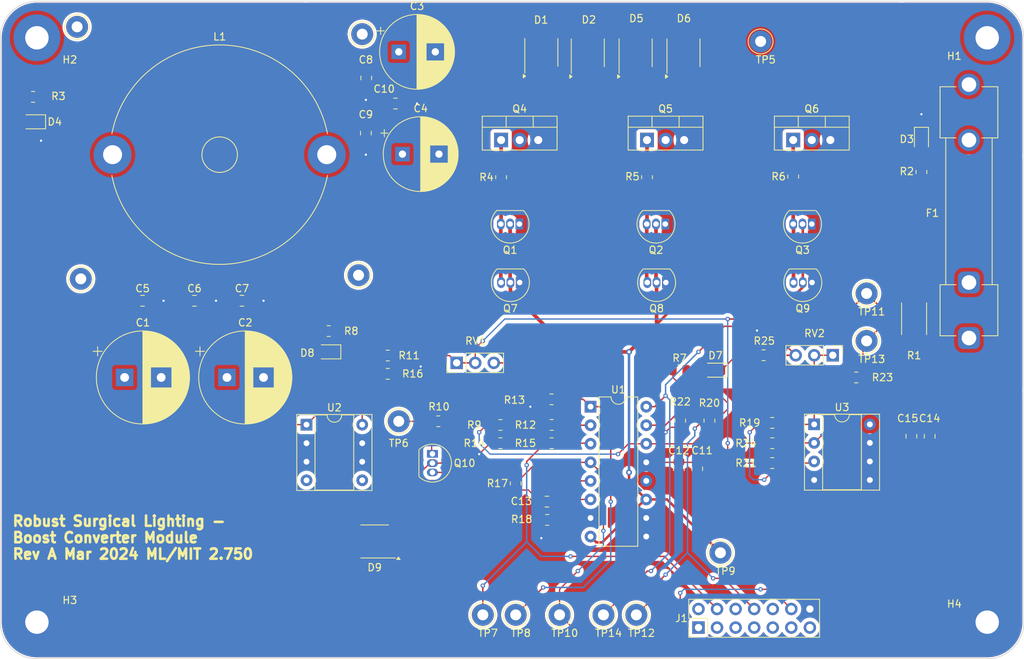
<source format=kicad_pcb>
(kicad_pcb (version 20240108) (generator "pcbnew") (generator_version "8.0")
  (title_block (company "Open Surgical Light Project - MIT Medical Device Design Spring 2024") (comment 1 "Drawn by: Edit author in Page Settings"))
  (layers (0 "F.Cu" signal) (31 "B.Cu" signal) (34 "B.Paste" user) (35 "F.Paste" user) (36 "B.SilkS" user "B.Silkscreen") (37 "F.SilkS" user "F.Silkscreen") (38 "B.Mask" user) (39 "F.Mask" user) (44 "Edge.Cuts" user))
  (property "AUTHOR" "Edit Name in Schematic setup -> Text Variables")
  (property "PROJECT_REVISION" "A01")
  (property "PROJECT_TITLE" "Template Project")
  (net 0 "")
  (net 1 "GND")
  (net 2 "+12V")
  (net 3 "/VSwitch")
  (net 4 "Net-(U1-CT)")
  (net 5 "Net-(D3-A)")
  (net 6 "Net-(D4-A)")
  (net 7 "Net-(D7-A)")
  (net 8 "/CS+")
  (net 9 "+24V")
  (net 10 "BoostConverterSwitch")
  (net 11 "Net-(Q3-E)")
  (net 12 "/DTC")
  (net 13 "+5V")
  (net 14 "Net-(U2-REF)")
  (net 15 "/1IN-")
  (net 16 "/1IN+")
  (net 17 "/FB")
  (net 18 "Net-(U1-RT)")
  (net 19 "Net-(U3A-+)")
  (net 20 "/2IN-")
  (net 21 "Net-(U3A--)")
  (net 22 "/2IN+")
  (net 23 "Net-(D8-A)")
  (net 24 "Net-(D8-K)")
  (net 25 "Net-(Q10-B)")
  (net 26 "/CS-")
  (net 37 "Net-(Q1-E)")
  (net 38 "Net-(Q2-E)")
  (net 39 "Net-(Q4-G)")
  (net 40 "Net-(Q5-G)")
  (net 41 "Net-(Q6-G)")
  (net 42 "Net-(R12-Pad1)")
  (net 43 "Net-(R19-Pad1)")
  (footprint "Resistor_SMD:R_0805_2012Metric" (layer "F.Cu") (at 95.4125 80.5)
    (property "Reference" "R15")
    (property "Value" "100K")
  )
  (footprint "Resistor_SMD:R_0805_2012Metric" (layer "F.Cu") (at 73 71)
    (property "Reference" "R16")
    (property "Value" "1K")
  )
  (footprint "Resistor_SMD:R_0805_2012Metric" (layer "F.Cu") (at 88.4125 78)
    (property "Reference" "R9")
    (property "Value" "10K")
  )
  (footprint "Package_DIP:DIP-16_W7.62mm" (layer "F.Cu") (at 100.735 75.5)
    (property "Reference" "U1")
    (property "Value" "TL494")
  )
  (footprint "Package_TO_SOT_THT:TO-92_Inline" (layer "F.Cu") (at 91 50.5 180)
    (property "Reference" "Q1")
    (property "Value" "BC337")
  )
  (footprint "TestPoint:TestPoint_Loop_D2.54mm_Drill1.5mm_Beaded" (layer "F.Cu") (at 74.5 77.5)
    (property "Reference" "TP6")
    (property "Value" "5V")
  )
  (footprint "Resistor_SMD:R_0805_2012Metric" (layer "F.Cu") (at 113 77.4125 -90)
    (property "Reference" "R22")
    (property "Value" "10K")
  )
  (footprint "Resistor_SMD:R_0805_2012Metric" (layer "F.Cu") (at 88.5 44.0875 90)
    (property "Reference" "R4")
    (property "Value" "10")
  )
  (footprint "Resistor_SMD:R_0805_2012Metric" (layer "F.Cu") (at 64.9125 65.15 180)
    (property "Reference" "R8")
    (property "Value" "2K")
  )
  (footprint "Capacitor_THT:CP_Radial_D12.5mm_P5.00mm" (layer "F.Cu") (at 37 71.5)
    (property "Reference" "C1")
    (property "Value" "470uF")
  )
  (footprint "TestPoint:TestPoint_Loop_D2.54mm_Drill1.5mm_Beaded" (layer "F.Cu") (at 138.5 66.5)
    (property "Reference" "TP13")
    (property "Value" "CS-")
  )
  (footprint "Resistor_SMD:R_0805_2012Metric" (layer "F.Cu") (at 125.5875 83.22 180)
    (property "Reference" "R21")
    (property "Value" "1K")
  )
  (footprint "Capacitor_SMD:C_0805_2012Metric" (layer "F.Cu") (at 112.825 84 90)
    (property "Reference" "C12")
    (property "Value" "0.1uF")
  )
  (footprint "Resistor_SMD:R_0805_2012Metric" (layer "F.Cu") (at 112.9125 70.5)
    (property "Reference" "R7")
    (property "Value" "330")
  )
  (footprint "Capacitor_SMD:C_0805_2012Metric" (layer "F.Cu") (at 94.775 88.5 180)
    (property "Reference" "C13")
    (property "Value" "1nF")
  )
  (footprint "Package_TO_SOT_THT:TO-92_Inline" (layer "F.Cu") (at 131.04 58.5 180)
    (property "Reference" "Q9")
    (property "Value" "BC327")
  )
  (footprint "LED_SMD:LED_0805_2012Metric" (layer "F.Cu") (at 146 38.9375 -90)
    (property "Reference" "D3")
    (property "Value" "LED Green")
  )
  (footprint "Package_TO_SOT_THT:TO-92_Inline" (layer "F.Cu") (at 79.105 81.96 -90)
    (property "Reference" "Q10")
    (property "Value" "BC327")
  )
  (footprint "Connector_PinHeader_2.54mm:PinHeader_2x07_P2.54mm_Vertical" (layer "F.Cu") (at 115.5 105.74 90)
    (property "Reference" "J1")
    (property "Value" "2x7 P2.54mm")
  )
  (footprint "Resistor_SMD:R_0805_2012Metric" (layer "F.Cu") (at 108.46 44.0875 90)
    (property "Reference" "R5")
    (property "Value" "10")
  )
  (footprint "Capacitor_SMD:C_0805_2012Metric" (layer "F.Cu") (at 115.325 84 90)
    (property "Reference" "C11")
    (property "Value" "1uF")
  )
  (footprint "Resistor_SMD:R_0805_2012Metric" (layer "F.Cu") (at 124.4125 68.46 180)
    (property "Reference" "R25")
    (property "Value" "10K")
  )
  (footprint "Resistor_SMD:R_0805_2012Metric" (layer "F.Cu") (at 24.4775 33.0875 180)
    (property "Reference" "R3")
    (property "Value" "1K")
  )
  (footprint "Capacitor_SMD:C_0805_2012Metric" (layer "F.Cu") (at 53.05 61)
    (property "Reference" "C7")
    (property "Value" "0.1uF")
  )
  (footprint "Resistor_SMD:R_0805_2012Metric" (layer "F.Cu") (at 146 43.375 90)
    (property "Reference" "R2")
    (property "Value" "2K")
  )
  (footprint "Package_TO_SOT_SMD:Nexperia_CFP15_SOT-1289" (layer "F.Cu") (at 106.905 27.05 90)
    (property "Reference" "D5")
    (property "Value" "PMEG045V150EPD")
  )
  (footprint "Inductor_THT:L_Radial_D29.8mm_P29.30mm_Murata_1400series" (layer "F.Cu") (at 35.35 41)
    (property "Reference" "L1")
    (property "Value" "68uH 11.4A")
  )
  (footprint "Package_TO_SOT_SMD:Nexperia_CFP15_SOT-1289" (layer "F.Cu") (at 71.2 93.95 180)
    (property "Reference" "D9")
    (property "Value" "PMEG045V150EPD")
  )
  (footprint "Package_TO_SOT_THT:TO-220-3_Vertical" (layer "F.Cu") (at 88.5 39)
    (property "Reference" "Q4")
    (property "Value" "IRLZ44N")
  )
  (footprint "TestPoint:TestPoint_Loop_D2.54mm_Drill1.5mm_Beaded" (layer "F.Cu") (at 30.5 23.5)
    (property "Reference" "TP1" (hide yes))
    (property "Value" "LMount1" (hide yes))
  )
  (footprint "Resistor_SMD:R_0805_2012Metric" (layer "F.Cu") (at 90.5 86 -90)
    (property "Reference" "R17")
    (property "Value" "2K2")
  )
  (footprint "Package_TO_SOT_THT:TO-220-3_Vertical" (layer "F.Cu") (at 108.46 39)
    (property "Reference" "Q5")
    (property "Value" "IRLZ44N")
  )
  (footprint "Package_TO_SOT_THT:TO-92_Inline" (layer "F.Cu") (at 91.04 58.5 180)
    (property "Reference" "Q7")
    (property "Value" "BC327")
  )
  (footprint "Package_DIP:DIP-8_W7.62mm_Socket" (layer "F.Cu") (at 61.88 77.96)
    (property "Reference" "U2")
    (property "Value" "TL431D")
  )
  (footprint "Capacitor_SMD:C_0805_2012Metric" (layer "F.Cu") (at 39.45 61)
    (property "Reference" "C5")
    (property "Value" "0.1uF")
  )
  (footprint "Resistor_SMD:R_0805_2012Metric" (layer "F.Cu") (at 95.405 74.5 180)
    (property "Reference" "R13")
    (property "Value" "1K")
  )
  (footprint "Package_TO_SOT_THT:TO-92_Inline" (layer "F.Cu") (at 110.96 50.5 180)
    (property "Reference" "Q2")
    (property "Value" "BC337")
  )
  (footprint "Package_TO_SOT_SMD:Nexperia_CFP15_SOT-1289" (layer "F.Cu") (at 100.355 27.05 90)
    (property "Reference" "D2")
    (property "Value" "PMEG045V150EPD")
  )
  (footprint "TestPoint:TestPoint_Loop_D2.54mm_Drill1.5mm_Beaded" (layer "F.Cu") (at 107 104)
    (property "Reference" "TP12")
    (property "Value" "2IN-")
  )
  (footprint "Resistor_SMD:R_0805_2012Metric" (layer "F.Cu") (at 95.4125 78)
    (property "Reference" "R12")
    (property "Value" "1K")
  )
  (footprint "Capacitor_SMD:C_0805_2012Metric" (layer "F.Cu") (at 147.125 79.55 -90)
    (property "Reference" "C14")
    (property "Value" "1uF")
  )
  (footprint "Resistor_SMD:R_0805_2012Metric" (layer "F.Cu") (at 125.5875 80.5)
    (property "Reference" "R24")
    (property "Value" "100K")
  )
  (footprint "TestPoint:TestPoint_Loop_D2.54mm_Drill1.5mm_Beaded" (layer "F.Cu") (at 90.5 104)
    (property "Reference" "TP8")
    (property "Value" "1IN+")
  )
  (footprint "TestPoint:TestPoint_Loop_D2.54mm_Drill1.5mm_Beaded" (layer "F.Cu") (at 69 57.5)
    (property "Reference" "TP3" (hide yes))
    (property "Value" "LMount4" (hide yes))
  )
  (footprint "Resistor_SMD:R_0805_2012Metric" (layer "F.Cu") (at 117 77.4125 90)
    (property "Reference" "R20")
    (property "Value" "10K")
  )
  (footprint "Resistor_SMD:R_0805_2012Metric" (layer "F.Cu") (at 128.46 44 90)
    (property "Reference" "R6")
    (property "Value" "10")
  )
  (footprint "Capacitor_THT:CP_Radial_D10.0mm_P5.00mm" (layer "F.Cu") (at 75 40.923959)
    (property "Reference" "C4")
    (property "Value" "220uF")
  )
  (footprint "Package_TO_SOT_THT:TO-92_Inline" (layer "F.Cu") (at 131 50.5 180)
    (property "Reference" "Q3")
    (property "Value" "BC337")
  )
  (footprint "Resistor_SMD:R_0805_2012Metric" (layer "F.Cu") (at 79.9125 77.5)
    (property "Reference" "R10")
    (property "Value" "10K")
  )
  (footprint "TestPoint:TestPoint_Loop_D2.54mm_Drill1.5mm_Beaded" (layer "F.Cu") (at 69.5 24.5)
    (property "Reference" "TP2" (hide yes))
    (property "Value" "LMount2" (hide yes))
  )
  (footprint "MountingHole:MountingHole_3.2mm_M3_Pad_TopBottom" (layer "F.Cu") (at 25 105)
    (property "Reference" "H3")
    (property "Value" "M3 Hole")
  )
  (footprint "LED_SMD:LED_0805_2012Metric" (layer "F.Cu") (at 117.7225 70.5 180)
    (property "Reference" "D7")
    (property "Value" "LED Green")
  )
  (footprint "TestPoint:TestPoint_Loop_D2.54mm_Drill1.5mm_Beaded" (layer "F.Cu") (at 31 58)
    (property "Reference" "TP4" (hide yes))
    (property "Value" "LMount3" (hide yes))
  )
  (footprint "Capacitor_SMD:C_0805_2012Metric" (layer "F.Cu") (at 46.55 61)
    (property "Reference" "C6")
    (property "Value" "0.1uF")
  )
  (footprint "LED_SMD:LED_0805_2012Metric" (layer "F.Cu") (at 64.8875 68 180)
    (property "Reference" "D8")
    (property "Value" "LED Red")
  )
  (footprint "Capacitor_SMD:C_0805_2012Metric" (layer "F.Cu") (at 70.05 30.5 -90)
    (property "Reference" "C8")
    (property "Value" "0.1uF")
  )
  (footprint "Resistor_SMD:R_0805_2012Metric" (layer "F.Cu") (at 73 68.5 180)
    (property "Reference" "R11")
    (property "Value" "9.1K")
  )
  (footprint "Package_TO_SOT_THT:TO-220-3_Vertical" (layer "F.Cu") (at 128.46 39)
    (property "Reference" "Q6")
    (property "Value" "IRLZ44N")
  )
  (footprint "Fuse:Fuseholder_Clip-6.3x32mm_Littelfuse_102071_Inline_P34.70x7.60mm_D2.00mm_Horizontal" (layer "F.Cu") (at 152.5 66.1 90)
    (property "Reference" "F1")
    (property "Value" "12A")
  )
  (footprint "Package_TO_SOT_THT:TO-92_Inline" (layer "F.Cu") (at 111.04 58.5 180)
    (property "Reference" "Q8")
    (property "Value" "BC327")
  )
  (footprint "MountingHole:MountingHole_3.2mm_M3_Pad_TopBottom" (layer "F.Cu") (at 155 25)
    (property "Reference" "H1")
    (property "Value" "M3 Hole")
  )
  (footprint "Package_TO_SOT_SMD:Nexperia_CFP15_SOT-1289" (layer "F.Cu") (at 94 27 90)
    (property "Reference" "D1")
    (property "Value" "PMEG045V150EPD")
  )
  (footprint "Resistor_SMD:R_2512_6332Metric" (layer "F.Cu") (at 145 63.4625 -90)
    (property "Reference" "R1")
    (property "Value" "5mR")
  )
  (footprint "Capacitor_SMD:C_0805_2012Metric" (layer "F.Cu") (at 74.05 34)
    (property "Reference" "C10")
    (property "Value" "0.1uF")
  )
  (footprint "TestPoint:TestPoint_Loop_D2.54mm_Drill1.5mm_Beaded" (layer "F.Cu") (at 124 25.5)
    (property "Reference" "TP5")
    (property "Value" "24V")
  )
  (footprint "TestPoint:TestPoint_Loop_D2.54mm_Drill1.5mm_Beaded" (layer "F.Cu") (at 96.5 104)
    (property "Reference" "TP10")
    (property "Value" "DTC")
  )
  (footprint "Capacitor_SMD:C_0805_2012Metric" (layer "F.Cu") (at 144.625 79.55 -90)
    (property "Reference" "C15")
    (property "Value" "0.1uF")
  )
  (footprint "TestPoint:TestPoint_Loop_D2.54mm_Drill1.5mm_Beaded" (layer "F.Cu") (at 86 104)
    (property "Reference" "TP7")
    (property "Value" "1IN-")
  )
  (footprint "Capacitor_THT:CP_Radial_D10.0mm_P5.00mm" (layer "F.Cu") (at 74.5 26.923959)
    (property "Reference" "C3")
    (property "Value" "220uF")
  )
  (footprint "Resistor_SMD:R_0805_2012Metric" (layer "F.Cu") (at 137.0875 71.5 180)
    (property "Reference" "R23")
    (property "Value" "1K")
  )
  (footprint "MountingHole:MountingHole_3.2mm_M3_Pad_TopBottom" (layer "F.Cu") (at 25 25)
    (property "Reference" "H2")
    (property "Value" "M3 Hole")
  )
  (footprint "TestPoint:TestPoint_Loop_D2.54mm_Drill1.5mm_Beaded" (layer "F.Cu") (at 138.5 60)
    (property "Reference" "TP11")
    (property "Value" "CS+")
  )
  (footprint "TestPoint:TestPoint_Loop_D2.54mm_Drill1.5mm_Beaded" (layer "F.Cu") (at 102.5 104)
    (property "Reference" "TP14")
    (property "Value" "2IN+")
  )
  (footprint "Package_DIP:DIP-8_W7.62mm_Socket" (layer "F.Cu") (at 131.325 77.92)
    (property "Reference" "U3")
    (property "Value" "LM358")
  )
  (footprint "MountingHole:MountingHole_3.2mm_M3_Pad_TopBottom" (layer "F.Cu") (at 155 105)
    (property "Reference" "H4")
    (property "Value" "M3 Hole")
  )
  (footprint "Resistor_SMD:R_0805_2012Metric" (layer "F.Cu") (at 125.5875 77.72 180)
    (property "Reference" "R19")
    (property "Value" "100K")
  )
  (footprint "Capacitor_THT:CP_Radial_D12.5mm_P5.00mm" (layer "F.Cu") (at 51 71.5)
    (property "Reference" "C2")
    (property "Value" "470uF")
  )
  (footprint "Resistor_SMD:R_0805_2012Metric" (layer "F.Cu") (at 88.4125 80.5 180)
    (property "Reference" "R14")
    (property "Value" "10K")
  )
  (footprint "Capacitor_SMD:C_0805_2012Metric" (layer "F.Cu") (at 70 38.05 -90)
    (property "Reference" "C9")
    (property "Value" "0.1uF")
  )
  (footprint "TestPoint:TestPoint_Loop_D2.54mm_Drill1.5mm_Beaded" (layer "F.Cu") (at 118.5 95.5)
    (property "Reference" "TP9")
    (property "Value" "PWM")
  )
  (footprint "Package_TO_SOT_SMD:Nexperia_CFP15_SOT-1289" (layer "F.Cu") (at 113.45 27.05 90)
    (property "Reference" "D6")
    (property "Value" "PMEG045V150EPD")
  )
  (footprint "Resistor_SMD:R_0805_2012Metric" (layer "F.Cu") (at 94.8125 91 180)
    (property "Reference" "R18")
    (property "Value" "3K9")
  )
  (footprint "LED_SMD:LED_0805_2012Metric" (layer "F.Cu") (at 24.5 36.5 180)
    (property "Reference" "D4")
    (property "Value" "LED Green")
  )
  (footprint "Connector_PinHeader_2.54mm:PinHeader_1x03_P2.54mm_Vertical" (layer "F.Cu") (at 133.875 68.46 -90)
    (property "Reference" "RV2")
    (property "Value" "10K")
  )
  (footprint "Connector_PinHeader_2.54mm:PinHeader_1x03_P2.54mm_Vertical" (layer "F.Cu") (at 82.42 69.5 90)
    (property "Reference" "RV1")
    (property "Value" "10K")
  )
  (gr_arc (start 25 110) (mid 21.464466 108.535534) (end 20 105) (stroke (width 0.1)) (layer "Edge.Cuts"))
  (gr_arc (start 155 20) (mid 158.535534 21.464466) (end 160 25) (stroke (width 0.1)) (layer "Edge.Cuts"))
  (gr_line (start 25 20) (end 155 20) (stroke (width 0.1)) (layer "Edge.Cuts"))
  (gr_arc (start 20 25) (mid 21.464466 21.464466) (end 25 20) (stroke (width 0.1)) (layer "Edge.Cuts"))
  (gr_arc (start 160 105) (mid 158.535534 108.535534) (end 155 110) (stroke (width 0.1)) (layer "Edge.Cuts"))
  (gr_line (start 155 110) (end 25 110) (stroke (width 0.1)) (layer "Edge.Cuts"))
  (gr_line (start 160 25) (end 160 105) (stroke (width 0.1)) (layer "Edge.Cuts"))
  (gr_line (start 20 105) (end 20 25) (stroke (width 0.1)) (layer "Edge.Cuts"))
  (gr_text "Robust Surgical Lighting - \nBoost Converter Module\nRev A Mar 2024 ML/MIT 2.750" (at 21.5 96.5 0) (layer "F.SilkS") (effects (font (size 1.4 1.4) (thickness 0.35) (bold yes)) (justify left bottom)))
  (segment (start 73.9125 71) (end 76.5 71) (width 0.1778) (layer "F.Cu") (net 1))
  (segment (start 54 61) (end 54.5 61) (width 0.1778) (layer "F.Cu") (net 1))
  (segment (start 114.945 83.12) (end 115.325 83.5) (width 0.1778) (layer "F.Cu") (net 1))
  (segment (start 76.5 71) (end 77.5 70) (width 0.1778) (layer "F.Cu") (net 1))
  (segment (start 25.4375 36.5) (end 25.4375 38.96) (width 0.1778) (layer "F.Cu") (net 1))
  (segment (start 144.285 80.46) (end 144.625 80.12) (width 0.1778) (layer "F.Cu") (net 1))
  (segment (start 70 39) (end 70 41) (width 0.1778) (layer "F.Cu") (net 1))
  (segment (start 122 80.5) (end 121.5 81) (width 0.1778) (layer "F.Cu") (net 1))
  (segment (start 120.7 68.46) (end 123.5 68.46) (width 0.1778) (layer "F.Cu") (net 1))
  (segment (start 118.66 70.5) (end 120.7 68.46) (width 0.1778) (layer "F.Cu") (net 1))
  (segment (start 93.9 88.575) (end 93.825 88.5) (width 0.1778) (layer "F.Cu") (net 1))
  (segment (start 93.9 91) (end 93.9 93.4) (width 0.1778) (layer "F.Cu") (net 1))
  (segment (start 93.5 74.5) (end 92.5 75.5) (width 0.1778) (layer "F.Cu") (net 1))
  (segment (start 93.9 93.4) (end 94 93.5) (width 0.1778) (layer "F.Cu") (net 1))
  (segment (start 147.125 80.5) (end 144.625 80.5) (width 0.1778) (layer "F.Cu") (net 1))
  (segment (start 47.5 61) (end 49.5 61) (width 0.1778) (layer "F.Cu") (net 1))
  (segment (start 92.2375 86.9125) (end 93.825 88.5) (width 0.1778) (layer "F.Cu") (net 1))
  (segment (start 40.4 61) (end 42.323959 61) (width 0.1778) (layer "F.Cu") (net 1))
  (segment (start 54.5 61) (end 56 61) (width 0.1778) (layer "F.Cu") (net 1))
  (segment (start 87 80.5) (end 85.5 82) (width 0.1778) (layer "F.Cu") (net 1))
  (segment (start 113 78.325) (end 111.675 78.325) (width 0.1778) (layer "F.Cu") (net 1))
  (segment (start 123.5 68.46) (end 123.5 65.0778) (width 0.1778) (layer "F.Cu") (net 1))
  (segment (start 138.945 80.46) (end 144.285 80.46) (width 0.1778) (layer "F.Cu") (net 1))
  (segment (start 108.355 83.12) (end 114.945 83.12) (width 0.1778) (layer "F.Cu") (net 1))
  (segment (start 70.05 31.45) (end 70.05 33.45) (width 0.1778) (layer "F.Cu") (net 1))
  (segment (start 146 38) (end 146 35.4625) (width 0.1778) (layer "F.Cu") (net 1))
  (segment (start 94.4925 74.5) (end 93.5 74.5) (width 0.1778) (layer "F.Cu") (net 1))
  (segment (start 25.4375 38.96) (end 25.565 39.0875) (width 0.1778) (layer "F.Cu") (net 1))
  (segment (start 87.5 80.5) (end 87 80.5) (width 0.1778) (layer "F.Cu") (net 1))
  (segment (start 111.675 78.325) (end 111 79) (width 0.1778) (layer "F.Cu") (net 1))
  (segment (start 124.675 80.5) (end 122 80.5) (width 0.1778) (layer "F.Cu") (net 1))
  (segment (start 90.5 86.9125) (end 92.2375 86.9125) (width 0.1778) (layer "F.Cu") (net 1))
  (segment (start 70.05 33.45) (end 70 33.5) (width 0.1778) (layer "F.Cu") (net 1))
  (segment (start 75 34) (end 77 34) (width 0.1778) (layer "F.Cu") (net 1))
  (segment (start 112.445 83.12) (end 112.825 83.5) (width 0.153) (layer "F.Cu") (net 1))
  (segment (start 93.9 91) (end 93.9 88.575) (width 0.1778) (layer "F.Cu") (net 1))
  (via (at 94 93.5) (size 0.6) (drill 0.3) (layers "F.Cu" "B.Cu") (net 1))
  (via (at 77 34) (size 0.6) (drill 0.3) (layers "F.Cu" "B.Cu") (net 1))
  (via (at 123.5 65.0778) (size 0.6) (drill 0.3) (layers "F.Cu" "B.Cu") (net 1))
  (via (at 92.5 75.5) (size 0.6) (drill 0.3) (layers "F.Cu" "B.Cu") (net 1))
  (via (at 121.5 81) (size 0.6) (drill 0.3) (layers "F.Cu" "B.Cu") (net 1))
  (via (at 56 61) (size 0.6) (drill 0.3) (layers "F.Cu" "B.Cu") (net 1))
  (via (at 70 33.5) (size 0.6) (drill 0.3) (layers "F.Cu" "B.Cu") (net 1))
  (via (at 85.5 82) (size 0.6) (drill 0.3) (layers "F.Cu" "B.Cu") (net 1))
  (via (at 111 79) (size 0.6) (drill 0.3) (layers "F.Cu" "B.Cu") (net 1))
  (via (at 49.5 61) (size 0.6) (drill 0.3) (layers "F.Cu" "B.Cu") (net 1))
  (via (at 25.565 39.0875) (size 0.6) (drill 0.3) (layers "F.Cu" "B.Cu") (net 1))
  (via (at 70 41) (size 0.6) (drill 0.3) (layers "F.Cu" "B.Cu") (net 1))
  (via (at 42.323959 61) (size 0.6) (drill 0.3) (layers "F.Cu" "B.Cu") (net 1))
  (via (at 146 35.4625) (size 0.6) (drill 0.3) (layers "F.Cu" "B.Cu") (net 1))
  (via (at 77.5 70) (size 0.6) (drill 0.3) (layers "F.Cu" "B.Cu") (net 1))
  (segment (start 98.565 85.66) (end 100.735 85.66) (width 0.1778) (layer "F.Cu") (net 4))
  (segment (start 95.725 88.5) (end 98.565 85.66) (width 0.1778) (layer "F.Cu") (net 4))
  (segment (start 146 39.875) (end 146 42.4625) (width 0.1778) (layer "F.Cu") (net 5))
  (segment (start 23.565 33.0875) (end 23.565 36.4975) (width 0.1778) (layer "F.Cu") (net 6))
  (segment (start 23.565 36.4975) (end 23.5625 36.5) (width 0.1778) (layer "F.Cu") (net 6))
  (segment (start 113.825 70.5) (end 116.785 70.5) (width 0.1778) (layer "F.Cu") (net 7))
  (segment (start 84.96 67.54) (end 84.96 69.5) (width 0.1778) (layer "F.Cu") (net 8))
  (segment (start 119.5 80.5) (end 119.5 81.801435) (width 0.1778) (layer "F.Cu") (net 8))
  (segment (start 119.5 81.801435) (end 120.918565 83.22) (width 0.1778) (layer "F.Cu") (net 8))
  (segment (start 135 63.5) (end 119.5 63.5) (width 0.2) (layer "F.Cu") (net 8))
  (segment (start 81.42 68.5) (end 82.42 69.5) (width 0.2) (layer "F.Cu") (net 8))
  (segment (start 141 62.5) (end 138.5 60) (width 0.2) (layer "F.Cu") (net 8))
  (segment (start 145 61.5) (end 144 62.5) (width 0.2) (layer "F.Cu") (net 8))
  (segment (start 73.9125 68.5) (end 81.42 68.5) (width 0.2) (layer "F.Cu") (net 8))
  (segment (start 145 60.5) (end 145 61.5) (width 0.2) (layer "F.Cu") (net 8))
  (segment (start 86 66.5) (end 84.96 67.54) (width 0.1778) (layer "F.Cu") (net 8))
  (segment (start 138.5 60) (end 135 63.5) (width 0.2) (layer "F.Cu") (net 8))
  (segment (start 82.42 69.5) (end 84.96 69.5) (width 0.2) (layer "F.Cu") (net 8))
  (segment (start 120.918565 83.22) (end 124.675 83.22) (width 0.1778) (layer "F.Cu") (net 8))
  (segment (start 144 62.5) (end 141 62.5) (width 0.2) (layer "F.Cu") (net 8))
  (segment (start 70.5625 65.15) (end 73.9125 68.5) (width 0.2) (layer "F.Cu") (net 8))
  (segment (start 65.825 65.15) (end 70.5625 65.15) (width 0.2) (layer "F.Cu") (net 8))
  (via (at 119.5 80.5) (size 0.6) (drill 0.3) (layers "F.Cu" "B.Cu") (net 8))
  (via (at 86 66.5) (size 0.6) (drill 0.3) (layers "F.Cu" "B.Cu") (net 8))
  (via (at 119.5 63.5) (size 0.6) (drill 0.3) (layers "F.Cu" "B.Cu") (net 8))
  (segment (start 119.5 63.5) (end 119.5 80.5) (width 0.1778) (layer "B.Cu") (net 8))
  (segment (start 119.5 63.5) (end 89 63.5) (width 0.1778) (layer "B.Cu") (net 8))
  (segment (start 89 63.5) (end 86 66.5) (width 0.1778) (layer "B.Cu") (net 8))
  (segment (start 129.73 50.5) (end 129.73 51) (width 0.345) (layer "F.Cu") (net 10))
  (segment (start 111.6175 62.3825) (end 106 68) (width 0.345) (layer "F.Cu") (net 10))
  (segment (start 111.2 88.2) (end 118.5 95.5) (width 0.345) (layer "F.Cu") (net 10))
  (segment (start 89.77 58.5) (end 89.77 59.695) (width 0.5) (layer "F.Cu") (net 10))
  (segment (start 108.2 88.2) (end 102.320001 94.079999) (width 0.345) (layer "F.Cu") (net 10))
  (segment (start 106 85.845) (end 106 84.5) (width 0.345) (layer "F.Cu") (net 10))
  (segment (start 109.69 58.42) (end 109.77 58.5) (width 0.5) (layer "F.Cu") (net 10))
  (segment (start 89.73 50.5) (end 89.73 58.46) (width 0.5) (layer "F.Cu") (net 10))
  (segment (start 108.355 88.2) (end 111.2 88.2) (width 0.345) (layer "F.Cu") (net 10))
  (segment (start 129.77 58.5) (end 129.77 59.145) (width 0.345) (layer "F.Cu") (net 10))
  (segment (start 109.77 64.23) (end 106 68) (width 0.5) (layer "F.Cu") (net 10))
  (segment (start 109.69 50.5) (end 109.69 58.42) (width 0.5) (layer "F.Cu") (net 10))
  (segment (start 129.73 51) (end 129.77 51.04) (width 0.345) (layer "F.Cu") (net 10))
  (segment (start 89.77 59.695) (end 98.075 68) (width 0.5) (layer "F.Cu") (net 10))
  (segment (start 129.77 51.04) (end 129.77 58.5) (width 0.345) (layer "F.Cu") (net 10))
  (segment (start 126.5325 62.3825) (end 111.6175 62.3825) (width 0.345) (layer "F.Cu") (net 10))
  (segment (start 108.355 88.2) (end 108.2 88.2) (width 0.345) (layer "F.Cu") (net 10))
  (segment (start 129.77 59.145) (end 126.5325 62.3825) (width 0.345) (layer "F.Cu") (net 10))
  (segment (start 109.77 58.5) (end 109.77 64.23) (width 0.5) (layer "F.Cu") (net 10))
  (segment (start 108.355 88.2) (end 106 85.845) (width 0.345) (layer "F.Cu") (net 10))
  (segment (start 89.73 58.46) (end 89.77 58.5) (width 0.5) (layer "F.Cu") (net 10))
  (segment (start 98.075 68) (end 106 68) (width 0.5) (layer "F.Cu") (net 10))
  (segment (start 129.73 51.145) (end 129.73 50.5) (width 0.345) (layer "F.Cu") (net 10))
  (segment (start 102.320001 94.079999) (end 101.534999 94.079999) (width 0.345) (layer "F.Cu") (net 10))
  (segment (start 101.534999 94.079999) (end 100.735 93.28) (width 0.345) (layer "F.Cu") (net 10))
  (via (at 106 84.5) (size 0.8) (drill 0.4) (layers "F.Cu" "B.Cu") (net 10))
  (via (at 106 68) (size 0.8) (drill 0.4) (layers "F.Cu" "B.Cu") (net 10))
  (segment (start 106 70.5) (end 106 84.5) (width 0.345) (layer "B.Cu") (net 10))
  (segment (start 106 68) (end 106 70.5) (width 0.345) (layer "B.Cu") (net 10))
  (segment (start 128.46 50.5) (end 128.46 50.96) (width 0.5) (layer "F.Cu") (net 11))
  (segment (start 128.46 44.9125) (end 128.46 50.5) (width 0.5) (layer "F.Cu") (net 11))
  (segment (start 128.5 51) (end 128.5 58.5) (width 0.5) (layer "F.Cu") (net 11))
  (segment (start 128.46 50.96) (end 128.5 51) (width 0.5) (layer "F.Cu") (net 11))
  (segment (start 111 108) (end 113 106) (width 0.1778) (layer "F.Cu") (net 12))
  (segment (start 90.5 85.0875) (end 91.4125 85.0875) (width 0.1778) (layer "F.Cu") (net 12))
  (segment (start 102 84) (end 101.615 84) (width 0.1778) (layer "F.Cu") (net 12))
  (segment (start 100.5 108) (end 111 108) (width 0.1778) (layer "F.Cu") (net 12))
  (segment (start 102.5 84.5) (end 102 84) (width 0.1778) (layer "F.Cu") (net 12))
  (segment (start 93.38 83.12) (end 100.735 83.12) (width 0.1778) (layer "F.Cu") (net 12))
  (segment (start 101.615 84) (end 100.735 83.12) (width 0.1778) (layer "F.Cu") (net 12))
  (segment (start 102.5 92.5) (end 102.5 84.5) (width 0.1778) (layer "F.Cu") (net 12))
  (segment (start 96.5 104) (end 100.5 108) (width 0.1778) (layer "F.Cu") (net 12))
  (segment (start 90.5 85.0875) (end 89.9125 84.5) (width 0.1778) (layer "F.Cu") (net 12))
  (segment (start 89.9125 84.5) (end 79.105 84.5) (width 0.1778) (layer "F.Cu") (net 12))
  (segment (start 91.4125 85.0875) (end 93.38 83.12) (width 0.1778) (layer "F.Cu") (net 12))
  (segment (start 99 98) (end 96.5 100.5) (width 0.1778) (layer "F.Cu") (net 12))
  (segment (start 125.5 100.5) (end 128.2 103.2) (width 0.1778) (layer "F.Cu") (net 12))
  (segment (start 124 100.5) (end 125.5 100.5) (width 0.1778) (layer "F.Cu") (net 12))
  (segment (start 113 106) (end 113 101) (width 0.1778) (layer "F.Cu") (net 12))
  (segment (start 96.5 100.5) (end 96.5 104) (width 0.1778) (layer "F.Cu") (net 12))
  (via (at 99 98) (size 0.6) (drill 0.3) (layers "F.Cu" "B.Cu") (net 12))
  (via (at 124 100.5) (size 0.6) (drill 0.3) (layers "F.Cu" "B.Cu") (net 12))
  (via (at 113 101) (size 0.6) (drill 0.3) (layers "F.Cu" "B.Cu") (net 12))
  (via (at 102.5 92.5) (size 0.6) (drill 0.3) (layers "F.Cu" "B.Cu") (net 12))
  (segment (start 113.5 100.5) (end 124 100.5) (width 0.1778) (layer "B.Cu") (net 12))
  (segment (start 102.5 92.5) (end 102.5 94.5) (width 0.1778) (layer "B.Cu") (net 12))
  (segment (start 102.5 94.5) (end 99 98) (width 0.1778) (layer "B.Cu") (net 12))
  (segment (start 113 101) (end 113.5 100.5) (width 0.1778) (layer "B.Cu") (net 12))
  (segment (start 79 76.8) (end 79 77.5) (width 0.1778) (layer "F.Cu") (net 13))
  (segment (start 79 77.5) (end 79 81.855) (width 0.1778) (layer "F.Cu") (net 13))
  (segment (start 114.745 80.58) (end 117 78.325) (width 0.1778) (layer "F.Cu") (net 13))
  (segment (start 85 75.5) (end 80.3 75.5) (width 0.1778) (layer "F.Cu") (net 13))
  (segment (start 80.3 75.5) (end 79 76.8) (width 0.1778) (layer "F.Cu") (net 13))
  (segment (start 87.5 78) (end 85 75.5) (width 0.1778) (layer "F.Cu") (net 13))
  (segment (start 105.92 80.58) (end 104.5 82) (width 0.1778) (layer "F.Cu") (net 13))
  (segment (start 118.5 74) (end 119.5 75) (width 0.1778) (layer "F.Cu") (net 13))
  (segment (start 108.355 80.58) (end 108.42 80.58) (width 0.1778) (layer "F.Cu") (net 13))
  (segment (start 112 70.5) (end 112 71.5) (width 0.1778) (layer "F.Cu") (net 13))
  (segment (start 79 81.855) (end 79.105 81.96) (width 0.1778) (layer "F.Cu") (net 13))
  (segment (start 86.5 78) (end 87.5 78) (width 0.1778) (layer "F.Cu") (net 13))
  (segment (start 112 71.5) (end 114.5 74) (width 0.1778) (layer "F.Cu") (net 13))
  (segment (start 108.355 80.58) (end 114.745 80.58) (width 0.1778) (layer "F.Cu") (net 13))
  (segment (start 74.5 77.5) (end 79 77.5) (width 0.1778) (layer "F.Cu") (net 13))
  (segment (start 108.355 80.58) (end 105.92 80.58) (width 0.1778) (layer "F.Cu") (net 13))
  (segment (start 114.5 74) (end 118.5 74) (width 0.1778) (layer "F.Cu") (net 13))
  (segment (start 85.5 79) (end 86.5 78) (width 0.1778) (layer "F.Cu") (net 13))
  (segment (start 108.42 80.58) (end 108.5 80.5) (width 0.1778) (layer "F.Cu") (net 13))
  (segment (start 119.5 75.825) (end 117 78.325) (width 0.1778) (layer "F.Cu") (net 13))
  (segment (start 119.5 75) (end 119.5 75.825) (width 0.1778) (layer "F.Cu") (net 13))
  (via (at 104.5 82) (size 0.6) (drill 0.3) (layers "F.Cu" "B.Cu") (net 13))
  (via (at 85.5 79) (size 0.6) (drill 0.3) (layers "F.Cu" "B.Cu") (net 13))
  (segment (start 104.5 82) (end 88 82) (width 0.1778) (layer "B.Cu") (net 13))
  (segment (start 85.5 80.5) (end 85.5 79) (width 0.1778) (layer "B.Cu") (net 13))
  (segment (start 87 82) (end 85.5 80.5) (width 0.1778) (layer "B.Cu") (net 13))
  (segment (start 88 82) (end 87 82) (width 0.1778) (layer "B.Cu") (net 13))
  (segment (start 72.0875 71.4125) (end 69.5 74) (width 0.1778) (layer "F.Cu") (net 14))
  (segment (start 72.0875 71) (end 72.0875 71.4125) (width 0.1778) (layer "F.Cu") (net 14))
  (segment (start 69.5 74) (end 69.5 77.96) (width 0.1778) (layer "F.Cu") (net 14))
  (segment (start 72.0875 68.5) (end 72.0875 71) (width 0.1778) (layer "F.Cu") (net 14))
  (segment (start 100.735 78.04) (end 96.365 78.04) (width 0.2) (layer "F.Cu") (net 15))
  (segment (start 94.5 80.5) (end 92 83) (width 0.2) (layer "F.Cu") (net 15))
  (segment (start 98 96) (end 110.84 96) (width 0.2) (layer "F.Cu") (net 15))
  (segment (start 94.5 80.5) (end 96.325 78.675) (width 0.2) (layer "F.Cu") (net 15))
  (segment (start 86 100) (end 86 104) (width 0.2) (layer "F.Cu") (net 15))
  (segment (start 96.325 78.675) (end 96.325 78) (width 0.2) (layer "F.Cu") (net 15))
  (segment (start 110.84 96) (end 118.04 103.2) (width 0.2) (layer "F.Cu") (net 15))
  (segment (start 96.365 78.04) (end 96.325 78) (width 0.2) (layer "F.Cu") (net 15))
  (segment (start 92 83) (end 92 83.5) (width 0.2) (layer "F.Cu") (net 15))
  (via (at 92 83.5) (size 0.6) (drill 0.3) (layers "F.Cu" "B.Cu") (net 15))
  (via (at 86 100) (size 0.6) (drill 0.3) (layers "F.Cu" "B.Cu") (net 15))
  (via (at 98 96) (size 0.6) (drill 0.3) (layers "F.Cu" "B.Cu") (net 15))
  (segment (start 92 94) (end 86 100) (width 0.2) (layer "B.Cu") (net 15))
  (segment (start 92 94) (end 94 96) (width 0.2) (layer "B.Cu") (net 15))
  (segment (start 92 83.5) (end 92 94) (width 0.2) (layer "B.Cu") (net 15))
  (segment (start 94 96) (end 98 96) (width 0.2) (layer "B.Cu") (net 15))
  (segment (start 102 75.5) (end 100.735 75.5) (width 0.2) (layer "F.Cu") (net 16))
  (segment (start 96.3175 74.5) (end 99.735 74.5) (width 0.2) (layer "F.Cu") (net 16))
  (segment (start 96.3175 74.3175) (end 91.5 69.5) (width 0.2) (layer "F.Cu") (net 16))
  (segment (start 94.25 100.25) (end 90.5 104) (width 0.2) (layer "F.Cu") (net 16))
  (segment (start 99.735 74.5) (end 100.735 75.5) (width 0.2) (layer "F.Cu") (net 16))
  (segment (start 96.3175 74.5) (end 96.3175 74.3175) (width 0.2) (layer "F.Cu") (net 16))
  (segment (start 91.5 69.5) (end 87.5 69.5) (width 0.2) (layer "F.Cu") (net 16))
  (segment (start 103.5 77) (end 102 75.5) (width 0.2) (layer "F.Cu") (net 16))
  (segment (start 103.5 88.5) (end 103.5 77) (width 0.2) (layer "F.Cu") (net 16))
  (via (at 94.25 100.25) (size 0.6) (drill 0.3) (layers "F.Cu" "B.Cu") (net 16))
  (via (at 103.5 88.5) (size 0.6) (drill 0.3) (layers "F.Cu" "B.Cu") (net 16))
  (segment (start 103.5 88.5) (end 103.5 96.5) (width 0.2) (layer "B.Cu") (net 16))
  (segment (start 99.75 100.25) (end 94.25 100.25) (width 0.2) (layer "B.Cu") (net 16))
  (segment (start 103.5 96.5) (end 99.75 100.25) (width 0.2) (layer "B.Cu") (net 16))
  (segment (start 100.655 80.5) (end 100.735 80.58) (width 0.1778) (layer "F.Cu") (net 17))
  (segment (start 96.325 80.5) (end 100.655 80.5) (width 0.1778) (layer "F.Cu") (net 17))
  (segment (start 100.735 88.2) (end 98.525 88.2) (width 0.1778) (layer "F.Cu") (net 18))
  (segment (start 98.525 88.2) (end 95.725 91) (width 0.1778) (layer "F.Cu") (net 18))
  (segment (start 126.5 83.22) (end 131.105 83.22) (width 0.1778) (layer "F.Cu") (net 19))
  (segment (start 126.5 83.5) (end 126.5 83.22) (width 0.1778) (layer "F.Cu") (net 19))
  (segment (start 123.78 77.72) (end 122.5 79) (width 0.1778) (layer "F.Cu") (net 19))
  (segment (start 124.5 85.5) (end 126.5 83.5) (width 0.1778) (layer "F.Cu") (net 19))
  (segment (start 131.105 83.22) (end 131.325 83) (width 0.1778) (layer "F.Cu") (net 19))
  (segment (start 124.675 77.72) (end 123.78 77.72) (width 0.1778) (layer "F.Cu") (net 19))
  (via (at 124.5 85.5) (size 0.6) (drill 0.3) (layers "F.Cu" "B.Cu") (net 19))
  (via (at 122.5 79) (size 0.6) (drill 0.3) (layers "F.Cu" "B.Cu") (net 19))
  (segment (start 122.5 85) (end 122.5 79) (width 0.1778) (layer "B.Cu") (net 19))
  (segment (start 124.5 85.5) (end 123 85.5) (width 0.1778) (layer "B.Cu") (net 19))
  (segment (start 123 85.5) (end 122.5 85) (width 0.1778) (layer "B.Cu") (net 19))
  (segment (start 113 76.5) (end 117 76.5) (width 0.2) (layer "F.Cu") (net 20))
  (segment (start 112.5 76.5) (end 110.96 78.04) (width 0.2) (layer "F.Cu") (net 20))
  (segment (start 117.5 99) (end 118.92 99) (width 0.2) (layer "F.Cu") (net 20))
  (segment (start 110.96 78.04) (end 108.355 78.04) (width 0.2) (layer "F.Cu") (net 20))
  (segment (start 113 76.5) (end 112.5 76.5) (width 0.2) (layer "F.Cu") (net 20))
  (segment (start 110.5 100.5) (end 107 104) (width 0.2) (layer "F.Cu") (net 20))
  (segment (start 111 98.5) (end 110.5 99) (width 0.2) (layer "F.Cu") (net 20))
  (segment (start 110.5 99) (end 110.5 100.5) (width 0.2) (layer "F.Cu") (net 20))
  (segment (start 118.92 99) (end 123.12 103.2) (width 0.2) (layer "F.Cu") (net 20))
  (segment (start 117 76.5) (end 115 78.5) (width 0.2) (layer "F.Cu") (net 20))
  (via (at 115 78.5) (size 0.6) (drill 0.3) (layers "F.Cu" "B.Cu") (net 20))
  (via (at 117.5 99) (size 0.6) (drill 0.3) (layers "F.Cu" "B.Cu") (net 20))
  (via (at 111 98.5) (size 0.6) (drill 0.3) (layers "F.Cu" "B.Cu") (net 20))
  (segment (start 115 79.5) (end 114 80.5) (width 0.2) (layer "B.Cu") (net 20))
  (segment (start 115 78.5) (end 115 79.5) (width 0.2) (layer "B.Cu") (net 20))
  (segment (start 114 80.5) (end 114 95.5) (width 0.2) (layer "B.Cu") (net 20))
  (segment (start 114 95.5) (end 111 98.5) (width 0.2) (layer "B.Cu") (net 20))
  (segment (start 114 95.5) (end 117.5 99) (width 0.2) (layer "B.Cu") (net 20))
  (segment (start 127 80.5) (end 127.04 80.46) (width 0.1778) (layer "F.Cu") (net 21))
  (segment (start 127.04 80.46) (end 131.325 80.46) (width 0.1778) (layer "F.Cu") (net 21))
  (segment (start 136.175 71.5) (end 136.175 75.61) (width 0.1778) (layer "F.Cu") (net 21))
  (segment (start 136.175 75.61) (end 131.325 80.46) (width 0.1778) (layer "F.Cu") (net 21))
  (segment (start 119 64.5) (end 115.5 68) (width 0.2) (layer "F.Cu") (net 22))
  (segment (start 125.325 68.46) (end 128.795 68.46) (width 0.2) (layer "F.Cu") (net 22))
  (segment (start 128.795 68.46) (end 124.835 64.5) (width 0.2) (layer "F.Cu") (net 22))
  (segment (start 111 74) (end 109.5 75.5) (width 0.2) (layer "F.Cu") (net 22))
  (segment (start 122 64.5) (end 119 64.5) (width 0.2) (layer "F.Cu") (net 22))
  (segment (start 109.5 75.5) (end 108.355 75.5) (width 0.2) (layer "F.Cu") (net 22))
  (segment (start 124.835 64.5) (end 122 64.5) (width 0.2) (layer "F.Cu") (net 22))
  (segment (start 108.5 98) (end 102.5 104) (width 0.2) (layer "F.Cu") (net 22))
  (segment (start 109 98) (end 108.5 98) (width 0.2) (layer "F.Cu") (net 22))
  (via (at 109 98) (size 0.6) (drill 0.3) (layers "F.Cu" "B.Cu") (net 22))
  (via (at 111 74) (size 0.6) (drill 0.3) (layers "F.Cu" "B.Cu") (net 22))
  (via (at 115.5 68) (size 0.6) (drill 0.3) (layers "F.Cu" "B.Cu") (net 22))
  (segment (start 111.5778 95.4222) (end 109 98) (width 0.2) (layer "B.Cu") (net 22))
  (segment (start 111.5778 74.5778) (end 111.5778 95.4222) (width 0.2) (layer "B.Cu") (net 22))
  (segment (start 115.5 68) (end 111 72.5) (width 0.2) (layer "B.Cu") (net 22))
  (segment (start 111 74) (end 111.5778 74.5778) (width 0.2) (layer "B.Cu") (net 22))
  (segment (start 111 72.5) (end 111 74) (width 0.2) (layer "B.Cu") (net 22))
  (segment (start 64 65.15) (end 64 67.95) (width 0.1778) (layer "F.Cu") (net 23))
  (segment (start 64 67.95) (end 63.95 68) (width 0.1778) (layer "F.Cu") (net 23))
  (segment (start 61.88 77.96) (end 59.54 77.96) (width 0.1778) (layer "F.Cu") (net 24))
  (segment (start 59 89) (end 63.95 93.95) (width 0.1778) (layer "F.Cu") (net 24))
  (segment (start 65.825 74.015) (end 61.88 77.96) (width 0.1778) (layer "F.Cu") (net 24))
  (segment (start 59.54 77.96) (end 59 78.5) (width 0.1778) (layer "F.Cu") (net 24))
  (segment (start 63.95 93.95) (end 70.18 93.95) (width 0.1778) (layer "F.Cu") (net 24))
  (segment (start 65.825 68) (end 65.825 74.015) (width 0.1778) (layer "F.Cu") (net 24))
  (segment (start 59 78.5) (end 59 89) (width 0.1778) (layer "F.Cu") (net 24))
  (segment (start 80.825 82.675) (end 80.27 83.23) (width 0.1778) (layer "F.Cu") (net 25))
  (segment (start 73.98 88.02) (end 73.98 95.015) (width 0.1778) (layer "F.Cu") (net 25))
  (segment (start 78.77 83.23) (end 73.98 88.02) (width 0.1778) (layer "F.Cu") (net 25))
  (segment (start 79.105 83.23) (end 78.77 83.23) (width 0.1778) (layer "F.Cu") (net 25))
  (segment (start 80.27 83.23) (end 79.105 83.23) (width 0.1778) (layer "F.Cu") (net 25))
  (segment (start 80.825 77.5) (end 80.825 82.675) (width 0.1778) (layer "F.Cu") (net 25))
  (segment (start 138.5 66.5) (end 138.5 67) (width 0.2) (layer "F.Cu") (net 26))
  (segment (start 138 67.5) (end 138 71.5) (width 0.2) (layer "F.Cu") (net 26))
  (segment (start 145 65.5) (end 144.5 65) (width 0.2) (layer "F.Cu") (net 26))
  (segment (start 145 66.425) (end 145 65.5) (width 0.2) (layer "F.Cu") (net 26))
  (segment (start 138.5 67) (end 138 67.5) (width 0.2) (layer "F.Cu") (net 26))
  (segment (start 140 65) (end 138.5 66.5) (width 0.2) (layer "F.Cu") (net 26))
  (segment (start 144.5 65) (end 140 65) (width 0.2) (layer "F.Cu") (net 26))
  (segment (start 88.5 45) (end 88.5 50.46) (width 0.5) (layer "F.Cu") (net 37))
  (segment (start 88.46 50.5) (end 88.46 58.46) (width 0.5) (layer "F.Cu") (net 37))
  (segment (start 88.46 58.46) (end 88.5 58.5) (width 0.5) (layer "F.Cu") (net 37))
  (segment (start 88.5 50.46) (end 88.46 50.5) (width 0.5) (layer "F.Cu") (net 37))
  (segment (start 108.42 58.42) (end 108.5 58.5) (width 0.5) (layer "F.Cu") (net 38))
  (segment (start 108.42 50.5) (end 108.42 58.42) (width 0.5) (layer "F.Cu") (net 38))
  (segment (start 108.46 50.46) (end 108.42 50.5) (width 0.5) (layer "F.Cu") (net 38))
  (segment (start 108.46 45) (end 108.46 50.46) (width 0.5) (layer "F.Cu") (net 38))
  (segment (start 88.5 39) (end 88.5 43.175) (width 0.5) (layer "F.Cu") (net 39))
  (segment (start 88.42 43.095) (end 88.5 43.175) (width 0.5) (layer "F.Cu") (net 39))
  (segment (start 108.46 39) (end 108.46 43.175) (width 0.5) (layer "F.Cu") (net 40))
  (segment (start 128.46 39) (end 128.46 43.0875) (width 0.5) (layer "F.Cu") (net 41))
  (segment (start 89.325 80.5) (end 89.325 78) (width 0.1778) (layer "F.Cu") (net 42))
  (segment (start 94.5 78) (end 89.325 78) (width 0.1778) (layer "F.Cu") (net 42))
  (segment (start 126.5 77.72) (end 126.5 77.5) (width 0.1778) (layer "F.Cu") (net 43))
  (segment (start 126.5 77.72) (end 127.22 77.72) (width 0.1778) (layer "F.Cu") (net 43))
  (segment (start 131.335 77.91) (end 131.325 77.92) (width 0.1778) (layer "F.Cu") (net 43))
  (segment (start 127.42 77.92) (end 131.325 77.92) (width 0.1778) (layer "F.Cu") (net 43))
  (segment (start 127.22 77.72) (end 127.42 77.92) (width 0.1778) (layer "F.Cu") (net 43))
  (segment (start 131.335 68.46) (end 133.875 68.46) (width 0.1778) (layer "F.Cu") (net 43))
  (segment (start 131.335 68.46) (end 131.335 77.91) (width 0.1778) (layer "F.Cu") (net 43))
  (segment (start 131.42 77.92) (end 131.5 78) (width 0.1778) (layer "B.Cu") (net 43))
  (segment (start 131.325 77.92) (end 131.42 77.92) (width 0.1778) (layer "B.Cu") (net 43))
  (zone (net 9) (net_name "+24V") (layer "F.Cu") (priority 3) (connect_pads yes (clearance 0.508)) (min_thickness 0.25) (fill yes (thermal_gap 0.5) (thermal_bridge_width 0.5))
    (polygon (pts (xy 160 20) (xy 143.5 20) (xy 143.5 41.5) (xy 160 41.5)))
  )
  (zone (net 26) (net_name "/CS-") (layer "F.Cu") (priority 4) (connect_pads yes (clearance 0.508)) (min_thickness 0.25) (fill yes (thermal_gap 0.5) (thermal_bridge_width 0.5))
    (polygon (pts (xy 148 50) (xy 143.5 50) (xy 143.5 41.5) (xy 160 41.5) (xy 160 73) (xy 143 73) (xy 143 65.5) (xy 148 65.5)))
  )
  (zone (net 2) (net_name "+12V") (layer "F.Cu") (priority 2) (connect_pads yes (clearance 0.508)) (min_thickness 0.25) (fill yes (thermal_gap 0.5) (thermal_bridge_width 0.5))
    (polygon (pts (xy 20 20) (xy 61.5 20) (xy 61.5 57) (xy 61.5 73) (xy 160 73) (xy 160 110) (xy 20 110) (xy 20 96.5)))
  )
  (zone (net 3) (net_name "/VSwitch") (layer "F.Cu") (priority 5) (connect_pads yes (clearance 0.508)) (min_thickness 0.25) (fill yes (thermal_gap 0.5) (thermal_bridge_width 0.5))
    (polygon (pts (xy 137.5 29) (xy 137.5 56) (xy 130 56) (xy 90 56) (xy 86 56) (xy 86 61) (xy 61.5 61) (xy 61.5 37) (xy 68.5 37) (xy 68.5 47) (xy 83.5 47) (xy 83.5 29)))
  )
  (zone (net 8) (net_name "/CS+") (layer "F.Cu") (priority 1) (connect_pads yes (clearance 0.508)) (min_thickness 0.25) (fill yes (thermal_gap 0.5) (thermal_bridge_width 0.5))
    (polygon (pts (xy 61.5 20) (xy 61.5 37) (xy 68.5 37) (xy 68.5 47) (xy 83.5 47) (xy 83.5 29) (xy 137.5 29) (xy 137.5 56) (xy 143 56) (xy 143 61.5) (xy 148 61.5) (xy 148 50) (xy 143.5 50) (xy 143.5 20)))
  )
  (zone (net 1) (net_name "GND") (layer "B.Cu") (connect_pads yes (clearance 0.508)) (min_thickness 0.25) (fill yes (thermal_gap 0.5) (thermal_bridge_width 0.5))
    (polygon (pts (xy 20 20) (xy 160 20) (xy 160 110) (xy 20 110)))
  )
)
</source>
